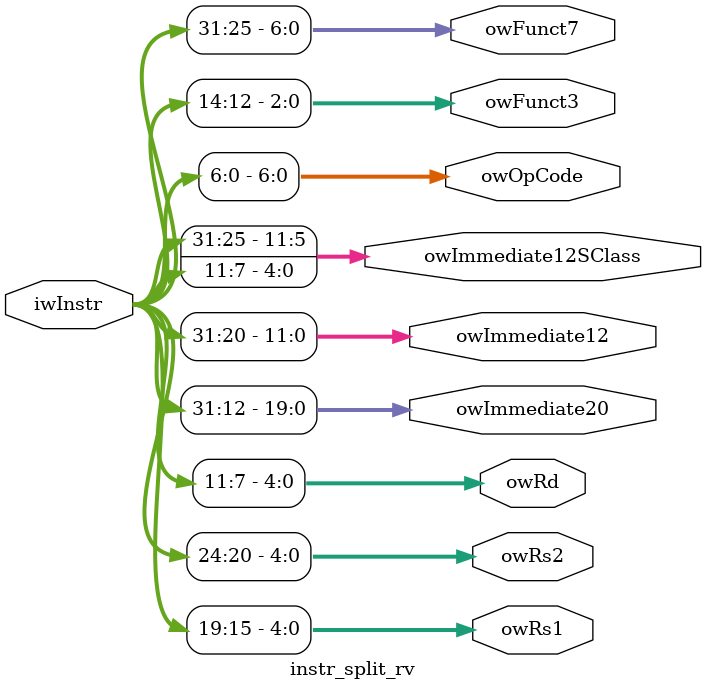
<source format=v>
module instr_split_rv(
	input wire [31:0]iwInstr,

	output wire [4:0]owRs1,
	output wire [4:0]owRs2,
	output wire [4:0]owRd,

	output wire [19:0]owImmediate20,
	output wire [11:0]owImmediate12,
	output wire [11:0]owImmediate12SClass,

	output wire [6:0]owOpCode,
	output wire [2:0]owFunct3,
	output wire [6:0]owFunct7
);

assign owRs1 = iwInstr[19:15];
assign owRs2 = iwInstr[24:20];
assign owRd = iwInstr[11:7];
assign owImmediate20 = iwInstr[31:12];
assign owImmediate12 = iwInstr[31:20];
assign owImmediate12SClass = {iwInstr[31:25], iwInstr[11:7]};
assign owOpCode = iwInstr[6:0];
assign owFunct3 = iwInstr[14:12];
assign owFunct7 = iwInstr[31:25];

endmodule

</source>
